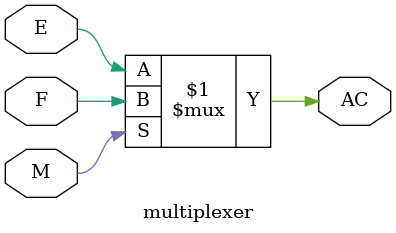
<source format=v>



// Generated by Quartus Prime Version 18.1 (Build Build 625 09/12/2018)
// Created on Tue Sep 24 14:56:18 2019

//  Module Declaration
module multiplexer
(
// {{ALTERA_ARGS_BEGIN}} DO NOT REMOVE THIS LINE!
E, F, M, AC
// {{ALTERA_ARGS_END}} DO NOT REMOVE THIS LINE!
);
// Port Declaration

// {{ALTERA_IO_BEGIN}} DO NOT REMOVE THIS LINE!
input E;
input F;
input M;
output AC;
// {{ALTERA_IO_END}} DO NOT REMOVE THIS LINE!
assign AC = M ? F : E;


endmodule

</source>
